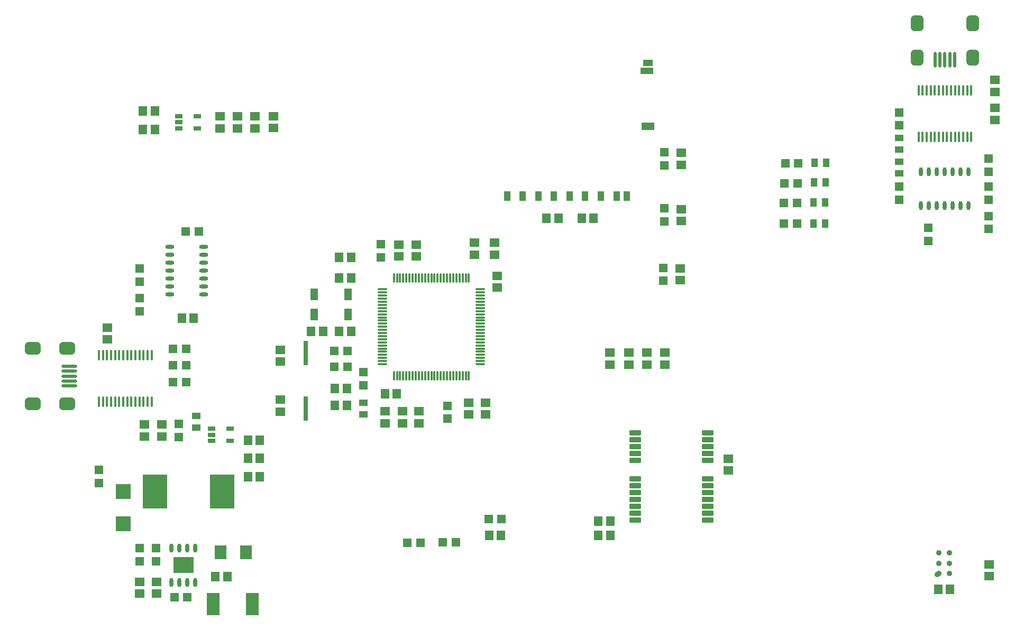
<source format=gtp>
G04 Layer_Color=8421504*
%FSLAX44Y44*%
%MOMM*%
G71*
G01*
G75*
%ADD10O,1.4500X0.6000*%
%ADD11O,0.6000X1.4500*%
%ADD12R,1.5500X1.4000*%
%ADD13R,1.4500X1.3500*%
G04:AMPARAMS|DCode=14|XSize=2mm|YSize=2.5mm|CornerRadius=0.5mm|HoleSize=0mm|Usage=FLASHONLY|Rotation=180.000|XOffset=0mm|YOffset=0mm|HoleType=Round|Shape=RoundedRectangle|*
%AMROUNDEDRECTD14*
21,1,2.0000,1.5000,0,0,180.0*
21,1,1.0000,2.5000,0,0,180.0*
1,1,1.0000,-0.5000,0.7500*
1,1,1.0000,0.5000,0.7500*
1,1,1.0000,0.5000,-0.7500*
1,1,1.0000,-0.5000,-0.7500*
%
%ADD14ROUNDEDRECTD14*%
%ADD15O,0.5000X2.5000*%
%ADD16O,0.3000X1.8500*%
%ADD17R,1.2000X0.6500*%
%ADD18R,1.4000X1.5500*%
%ADD19R,1.3500X1.4500*%
%ADD20R,1.3000X1.9000*%
G04:AMPARAMS|DCode=21|XSize=2mm|YSize=2.5mm|CornerRadius=0.5mm|HoleSize=0mm|Usage=FLASHONLY|Rotation=270.000|XOffset=0mm|YOffset=0mm|HoleType=Round|Shape=RoundedRectangle|*
%AMROUNDEDRECTD21*
21,1,2.0000,1.5000,0,0,270.0*
21,1,1.0000,2.5000,0,0,270.0*
1,1,1.0000,-0.7500,-0.5000*
1,1,1.0000,-0.7500,0.5000*
1,1,1.0000,0.7500,0.5000*
1,1,1.0000,0.7500,-0.5000*
%
%ADD21ROUNDEDRECTD21*%
%ADD22O,2.5000X0.5000*%
%ADD23R,2.0000X1.0000*%
%ADD24R,1.5500X1.0000*%
%ADD25R,2.0000X1.2000*%
%ADD26R,1.0000X1.6000*%
%ADD27R,0.6500X4.0000*%
%ADD28R,3.2000X2.5100*%
G04:AMPARAMS|DCode=29|XSize=0.8mm|YSize=1.8mm|CornerRadius=0.1mm|HoleSize=0mm|Usage=FLASHONLY|Rotation=270.000|XOffset=0mm|YOffset=0mm|HoleType=Round|Shape=RoundedRectangle|*
%AMROUNDEDRECTD29*
21,1,0.8000,1.6000,0,0,270.0*
21,1,0.6000,1.8000,0,0,270.0*
1,1,0.2000,-0.8000,-0.3000*
1,1,0.2000,-0.8000,0.3000*
1,1,0.2000,0.8000,0.3000*
1,1,0.2000,0.8000,-0.3000*
%
%ADD29ROUNDEDRECTD29*%
%ADD30O,1.6500X0.3500*%
%ADD31O,0.3500X1.6500*%
%ADD32R,3.9500X5.5000*%
%ADD33R,1.4000X1.0000*%
%ADD34R,1.9500X2.2500*%
%ADD35R,1.0000X1.4000*%
%ADD36R,2.1500X3.5500*%
%ADD37R,2.4500X2.4000*%
%ADD38C,0.9100*%
D10*
X1659250Y1236850D02*
D03*
Y1224150D02*
D03*
Y1211450D02*
D03*
Y1198750D02*
D03*
Y1186050D02*
D03*
Y1173350D02*
D03*
Y1160650D02*
D03*
X1713750Y1236850D02*
D03*
Y1224150D02*
D03*
Y1211450D02*
D03*
Y1198750D02*
D03*
Y1186050D02*
D03*
Y1173350D02*
D03*
Y1160650D02*
D03*
D11*
X2938100Y1357250D02*
D03*
X2925400D02*
D03*
X2912700D02*
D03*
X2900000D02*
D03*
X2887300D02*
D03*
X2874600D02*
D03*
X2861900D02*
D03*
X2938100Y1302750D02*
D03*
X2925400D02*
D03*
X2912700D02*
D03*
X2900000D02*
D03*
X2887300D02*
D03*
X2874600D02*
D03*
X2861900D02*
D03*
X1661950Y699750D02*
D03*
X1674650D02*
D03*
X1687350D02*
D03*
X1700050D02*
D03*
X1661950Y754250D02*
D03*
X1674650D02*
D03*
X1687350D02*
D03*
X1700050D02*
D03*
D12*
X1825000Y1446500D02*
D03*
Y1427500D02*
D03*
X2980000Y1485500D02*
D03*
Y1504500D02*
D03*
Y1440500D02*
D03*
Y1459500D02*
D03*
X1795500Y1446000D02*
D03*
Y1427000D02*
D03*
X1767500Y1446000D02*
D03*
Y1427000D02*
D03*
X1739500Y1446000D02*
D03*
Y1427000D02*
D03*
X2553000Y897500D02*
D03*
Y878500D02*
D03*
X1559000Y1088500D02*
D03*
Y1107500D02*
D03*
X1647000Y933500D02*
D03*
Y952500D02*
D03*
X1619000Y933500D02*
D03*
Y952500D02*
D03*
X1611000Y700500D02*
D03*
Y681500D02*
D03*
X1638000Y700500D02*
D03*
Y681500D02*
D03*
X2423000Y1067500D02*
D03*
Y1048500D02*
D03*
X2452000Y1067500D02*
D03*
Y1048500D02*
D03*
X2394000Y1067500D02*
D03*
Y1048500D02*
D03*
X2364000Y1067500D02*
D03*
Y1048500D02*
D03*
X2032000Y954500D02*
D03*
Y973500D02*
D03*
X2004000Y954500D02*
D03*
Y973500D02*
D03*
X2138000Y987500D02*
D03*
Y968500D02*
D03*
X2179000Y1224500D02*
D03*
Y1243500D02*
D03*
X2147000Y1224500D02*
D03*
Y1243500D02*
D03*
X2054000Y1221500D02*
D03*
Y1240500D02*
D03*
X2058000Y973500D02*
D03*
Y954500D02*
D03*
X2026000Y1221500D02*
D03*
Y1240500D02*
D03*
X2183000Y1171500D02*
D03*
Y1190500D02*
D03*
X2165000Y987500D02*
D03*
Y968500D02*
D03*
X1836500Y973000D02*
D03*
Y992000D02*
D03*
Y1072000D02*
D03*
Y1053000D02*
D03*
X2478000Y1387500D02*
D03*
Y1368500D02*
D03*
X2478000Y1297500D02*
D03*
Y1278500D02*
D03*
X2476000Y1202500D02*
D03*
Y1183500D02*
D03*
X2971000Y728500D02*
D03*
Y709500D02*
D03*
D13*
X2970000Y1333500D02*
D03*
Y1312500D02*
D03*
Y1357500D02*
D03*
Y1378500D02*
D03*
Y1265500D02*
D03*
Y1286500D02*
D03*
X1611000Y1202500D02*
D03*
Y1181500D02*
D03*
X2873000Y1267500D02*
D03*
Y1246500D02*
D03*
X1637000Y733500D02*
D03*
Y754500D02*
D03*
X1611000Y733500D02*
D03*
Y754500D02*
D03*
X1674000Y932500D02*
D03*
Y953500D02*
D03*
X2104000Y961500D02*
D03*
Y982500D02*
D03*
X1969000Y1015500D02*
D03*
Y1036500D02*
D03*
X2451000Y1367500D02*
D03*
Y1388500D02*
D03*
X2451000Y1277500D02*
D03*
Y1298500D02*
D03*
X1997000Y1220500D02*
D03*
Y1241500D02*
D03*
X2449000Y1182500D02*
D03*
Y1203500D02*
D03*
X1546000Y858500D02*
D03*
Y879500D02*
D03*
X2827000Y1333500D02*
D03*
Y1312500D02*
D03*
Y1431500D02*
D03*
Y1452500D02*
D03*
X1611000Y1154500D02*
D03*
Y1133500D02*
D03*
D14*
X2855500Y1595000D02*
D03*
X2944500D02*
D03*
X2855500Y1540000D02*
D03*
X2944500D02*
D03*
D15*
X2916000Y1537000D02*
D03*
X2908000D02*
D03*
X2900000D02*
D03*
X2892000D02*
D03*
X2884000D02*
D03*
D16*
X2942250Y1487250D02*
D03*
X2935750D02*
D03*
X2929250D02*
D03*
X2922750D02*
D03*
X2916250D02*
D03*
X2909750D02*
D03*
X2903250D02*
D03*
X2896750D02*
D03*
X2890250D02*
D03*
X2883750D02*
D03*
X2877250D02*
D03*
X2870750D02*
D03*
X2864250D02*
D03*
X2857750D02*
D03*
X2942250Y1412750D02*
D03*
X2935750D02*
D03*
X2929250D02*
D03*
X2922750D02*
D03*
X2916250D02*
D03*
X2909750D02*
D03*
X2903250D02*
D03*
X2896750D02*
D03*
X2890250D02*
D03*
X2883750D02*
D03*
X2877250D02*
D03*
X2870750D02*
D03*
X2864250D02*
D03*
X2857750D02*
D03*
X1545750Y988750D02*
D03*
X1552250D02*
D03*
X1558750D02*
D03*
X1565250D02*
D03*
X1571750D02*
D03*
X1578250D02*
D03*
X1584750D02*
D03*
X1591250D02*
D03*
X1597750D02*
D03*
X1604250D02*
D03*
X1610750D02*
D03*
X1617250D02*
D03*
X1623750D02*
D03*
X1630250D02*
D03*
X1545750Y1063250D02*
D03*
X1552250D02*
D03*
X1558750D02*
D03*
X1565250D02*
D03*
X1571750D02*
D03*
X1578250D02*
D03*
X1584750D02*
D03*
X1591250D02*
D03*
X1597750D02*
D03*
X1604250D02*
D03*
X1610750D02*
D03*
X1617250D02*
D03*
X1623750D02*
D03*
X1630250D02*
D03*
D17*
X1673750Y1446000D02*
D03*
Y1436500D02*
D03*
Y1427000D02*
D03*
X1703250D02*
D03*
Y1446000D02*
D03*
X1726250Y945500D02*
D03*
Y936000D02*
D03*
Y926500D02*
D03*
X1755750D02*
D03*
Y945500D02*
D03*
D18*
X1678500Y1123000D02*
D03*
X1697500D02*
D03*
X1635250Y1455000D02*
D03*
X1616250D02*
D03*
X1635500Y1425000D02*
D03*
X1616500D02*
D03*
X2364500Y775000D02*
D03*
X2345500D02*
D03*
X2364500Y798000D02*
D03*
X2345500D02*
D03*
X1732500Y709000D02*
D03*
X1751500D02*
D03*
X1784500Y927000D02*
D03*
X1803500D02*
D03*
X1784500Y898000D02*
D03*
X1803500D02*
D03*
X1784500Y869000D02*
D03*
X1803500D02*
D03*
X1949500Y1102000D02*
D03*
X1930500D02*
D03*
X1949500Y1187000D02*
D03*
X1930500D02*
D03*
X1949500Y1220000D02*
D03*
X1930500D02*
D03*
X1942500Y1010000D02*
D03*
X1923500D02*
D03*
X1942500Y983000D02*
D03*
X1923500D02*
D03*
X2003500Y1002000D02*
D03*
X2022500D02*
D03*
X1904500Y1102000D02*
D03*
X1885500D02*
D03*
X2189500Y775000D02*
D03*
X2170500D02*
D03*
X2262500Y1283000D02*
D03*
X2281500D02*
D03*
X2337500D02*
D03*
X2318500D02*
D03*
X2908500Y688000D02*
D03*
X2889500D02*
D03*
D19*
X1685000Y1261750D02*
D03*
X1706000D02*
D03*
X2060500Y763000D02*
D03*
X2039500D02*
D03*
X1666500Y676000D02*
D03*
X1687500D02*
D03*
X2665500Y1371000D02*
D03*
X2644500D02*
D03*
X2664500Y1339000D02*
D03*
X2643500D02*
D03*
X2642500Y1307000D02*
D03*
X2663500D02*
D03*
X2663500Y1274000D02*
D03*
X2642500D02*
D03*
X2190500Y801000D02*
D03*
X2169500D02*
D03*
X1943500Y1045000D02*
D03*
X1922500D02*
D03*
Y1070500D02*
D03*
X1943500D02*
D03*
X2117500Y764000D02*
D03*
X2096500D02*
D03*
X1664500Y1074000D02*
D03*
X1685500D02*
D03*
X1664500Y1047000D02*
D03*
X1685500D02*
D03*
X1664500Y1020000D02*
D03*
X1685500D02*
D03*
D20*
X1890000Y1128500D02*
D03*
X1945000D02*
D03*
X1890000Y1160500D02*
D03*
X1945000D02*
D03*
D21*
X1440000Y985500D02*
D03*
Y1074500D02*
D03*
X1495000Y985500D02*
D03*
Y1074500D02*
D03*
D22*
X1498000Y1046000D02*
D03*
Y1038000D02*
D03*
Y1030000D02*
D03*
Y1022000D02*
D03*
Y1014000D02*
D03*
D23*
X2423000Y1519000D02*
D03*
D24*
X2425000Y1532000D02*
D03*
D25*
Y1430000D02*
D03*
D26*
X2224200Y1318000D02*
D03*
X2249200D02*
D03*
X2274200D02*
D03*
X2299300D02*
D03*
X2324300D02*
D03*
X2349300D02*
D03*
X2374300D02*
D03*
X2390800D02*
D03*
X2199200D02*
D03*
D27*
X1876500Y978000D02*
D03*
Y1067000D02*
D03*
D28*
X1681000Y727000D02*
D03*
D29*
X2520000Y799000D02*
D03*
Y810000D02*
D03*
Y821000D02*
D03*
Y832000D02*
D03*
Y843000D02*
D03*
Y854000D02*
D03*
Y865000D02*
D03*
Y895000D02*
D03*
Y906000D02*
D03*
Y917000D02*
D03*
Y928000D02*
D03*
Y939000D02*
D03*
X2404000D02*
D03*
Y928000D02*
D03*
Y917000D02*
D03*
Y906000D02*
D03*
Y895000D02*
D03*
Y865000D02*
D03*
Y854000D02*
D03*
Y843000D02*
D03*
Y832000D02*
D03*
Y821000D02*
D03*
Y810000D02*
D03*
Y799000D02*
D03*
D30*
X1999750Y1169000D02*
D03*
Y1164000D02*
D03*
Y1159000D02*
D03*
Y1154000D02*
D03*
Y1149000D02*
D03*
Y1144000D02*
D03*
Y1139000D02*
D03*
Y1134000D02*
D03*
Y1129000D02*
D03*
Y1124000D02*
D03*
Y1119000D02*
D03*
Y1114000D02*
D03*
Y1109000D02*
D03*
Y1104000D02*
D03*
Y1099000D02*
D03*
Y1094000D02*
D03*
Y1089000D02*
D03*
Y1084000D02*
D03*
Y1079000D02*
D03*
Y1074000D02*
D03*
Y1069000D02*
D03*
Y1064000D02*
D03*
Y1059000D02*
D03*
Y1054000D02*
D03*
Y1049000D02*
D03*
X2156250D02*
D03*
Y1054000D02*
D03*
Y1059000D02*
D03*
Y1064000D02*
D03*
Y1069000D02*
D03*
Y1074000D02*
D03*
Y1079000D02*
D03*
Y1084000D02*
D03*
Y1089000D02*
D03*
Y1094000D02*
D03*
Y1099000D02*
D03*
Y1104000D02*
D03*
Y1109000D02*
D03*
Y1114000D02*
D03*
Y1119000D02*
D03*
Y1124000D02*
D03*
Y1129000D02*
D03*
Y1134000D02*
D03*
Y1139000D02*
D03*
Y1144000D02*
D03*
Y1149000D02*
D03*
Y1154000D02*
D03*
Y1159000D02*
D03*
Y1164000D02*
D03*
Y1169000D02*
D03*
D31*
X2018000Y1030750D02*
D03*
X2023000D02*
D03*
X2028000D02*
D03*
X2033000D02*
D03*
X2038000D02*
D03*
X2043000D02*
D03*
X2048000D02*
D03*
X2053000D02*
D03*
X2058000D02*
D03*
X2063000D02*
D03*
X2068000D02*
D03*
X2073000D02*
D03*
X2078000D02*
D03*
X2083000D02*
D03*
X2088000D02*
D03*
X2093000D02*
D03*
X2098000D02*
D03*
X2103000D02*
D03*
X2108000D02*
D03*
X2113000D02*
D03*
X2118000D02*
D03*
X2123000D02*
D03*
X2128000D02*
D03*
X2133000D02*
D03*
X2138000D02*
D03*
Y1187250D02*
D03*
X2133000D02*
D03*
X2128000D02*
D03*
X2123000D02*
D03*
X2118000D02*
D03*
X2113000D02*
D03*
X2108000D02*
D03*
X2103000D02*
D03*
X2098000D02*
D03*
X2093000D02*
D03*
X2088000D02*
D03*
X2083000D02*
D03*
X2078000D02*
D03*
X2073000D02*
D03*
X2068000D02*
D03*
X2063000D02*
D03*
X2058000D02*
D03*
X2053000D02*
D03*
X2048000D02*
D03*
X2043000D02*
D03*
X2038000D02*
D03*
X2033000D02*
D03*
X2028000D02*
D03*
X2023000D02*
D03*
X2018000D02*
D03*
D32*
X1742750Y845000D02*
D03*
X1635250D02*
D03*
D33*
X1969000Y987250D02*
D03*
Y968750D02*
D03*
X1702000Y966250D02*
D03*
Y947750D02*
D03*
X2827000Y1392750D02*
D03*
Y1411250D02*
D03*
Y1373250D02*
D03*
Y1354750D02*
D03*
D34*
X1740750Y748000D02*
D03*
X1781250D02*
D03*
D35*
X2691750Y1372000D02*
D03*
X2710250D02*
D03*
X2709250Y1340000D02*
D03*
X2690750D02*
D03*
X2689750Y1308000D02*
D03*
X2708250D02*
D03*
X2708250Y1274000D02*
D03*
X2689750D02*
D03*
D36*
X1729000Y665000D02*
D03*
X1791000D02*
D03*
D37*
X1585000Y793000D02*
D03*
Y845000D02*
D03*
D38*
X2907250Y713500D02*
D03*
X2890000Y714000D02*
D03*
X2907250Y730000D02*
D03*
X2890750D02*
D03*
X2907250Y746500D02*
D03*
X2890750D02*
D03*
X2888000Y712000D02*
D03*
M02*

</source>
